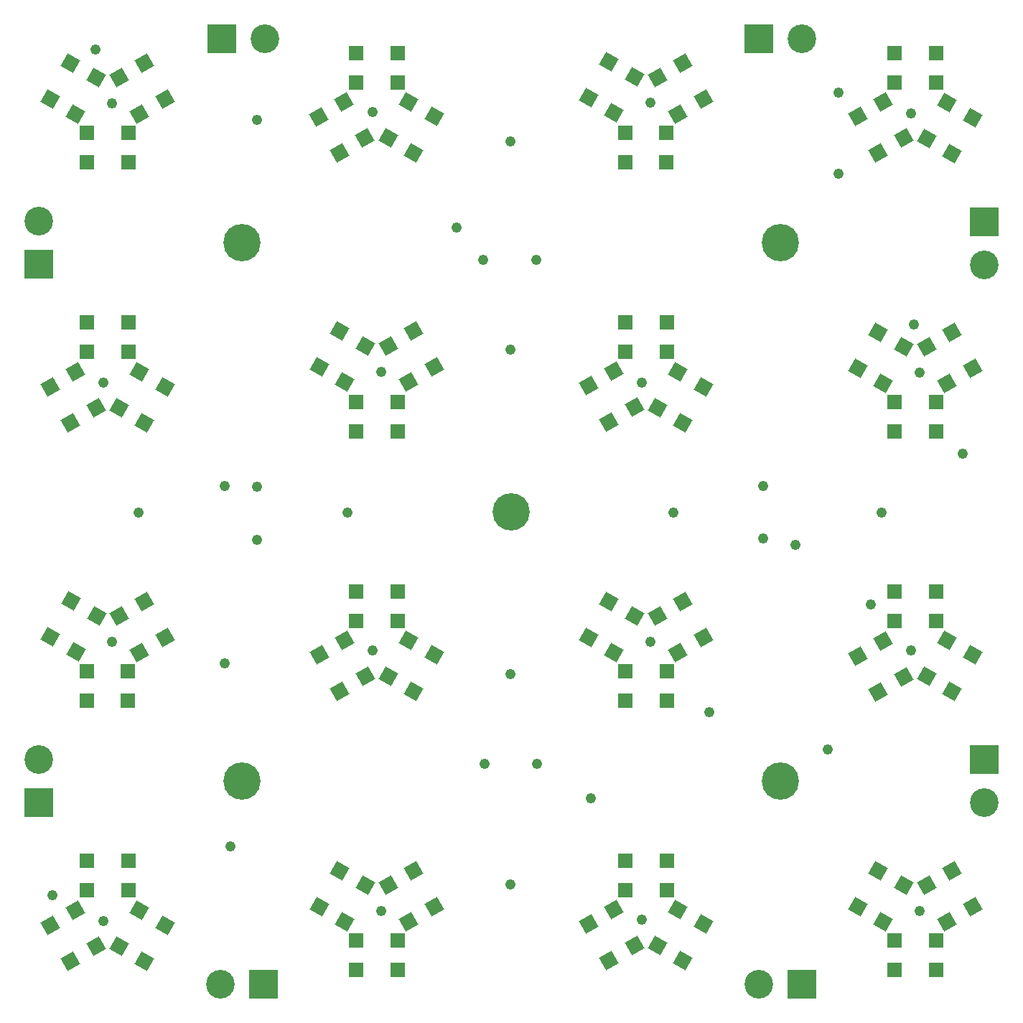
<source format=gts>
%FSLAX25Y25*%
%MOIN*%
G70*
G01*
G75*
G04 Layer_Color=128*
%ADD10R,0.05906X0.05906*%
%ADD11P,0.08352X4X345.0*%
%ADD12P,0.08352X4X285.0*%
%ADD13C,0.02500*%
%ADD14C,0.05000*%
%ADD15C,0.16500*%
%ADD16R,0.12500X0.12500*%
%ADD17C,0.12500*%
%ADD18R,0.12500X0.12500*%
%ADD19C,0.04000*%
%ADD20R,0.05000X0.08000*%
%ADD21R,0.08000X0.05000*%
%ADD22R,0.17716X0.12205*%
%ADD23R,0.12205X0.17716*%
%ADD24C,0.01000*%
%ADD25C,0.01200*%
%ADD26R,0.04906X0.04906*%
%ADD27P,0.06937X4X345.0*%
%ADD28P,0.06937X4X285.0*%
%ADD29R,0.04000X0.07000*%
%ADD30R,0.07000X0.04000*%
%ADD31R,0.16716X0.11205*%
%ADD32R,0.11205X0.16716*%
%ADD33R,0.06706X0.06706*%
%ADD34P,0.09483X4X345.0*%
%ADD35P,0.09483X4X285.0*%
%ADD36C,0.17300*%
%ADD37R,0.13300X0.13300*%
%ADD38C,0.13300*%
%ADD39R,0.13300X0.13300*%
%ADD40C,0.04800*%
D33*
X485146Y750890D02*
D03*
X485146Y737110D02*
D03*
X465854Y750890D02*
D03*
X465854Y737110D02*
D03*
X735146Y750890D02*
D03*
X735146Y737110D02*
D03*
X715854Y750890D02*
D03*
X715854Y737110D02*
D03*
X485146Y500890D02*
D03*
X485146Y487110D02*
D03*
X465854Y500890D02*
D03*
X465854Y487110D02*
D03*
X735146Y500890D02*
D03*
X735146Y487110D02*
D03*
X715854Y500890D02*
D03*
X715854Y487110D02*
D03*
X465854Y575110D02*
D03*
Y588890D02*
D03*
X485146Y575110D02*
D03*
Y588890D02*
D03*
X715854Y575110D02*
D03*
Y588890D02*
D03*
X735146Y575110D02*
D03*
Y588890D02*
D03*
X465854Y325110D02*
D03*
Y338890D02*
D03*
X485146Y325110D02*
D03*
Y338890D02*
D03*
X715854Y325110D02*
D03*
Y338890D02*
D03*
X735146Y325110D02*
D03*
Y338890D02*
D03*
X360146Y625890D02*
D03*
X360146Y612110D02*
D03*
X340854Y625890D02*
D03*
X340854Y612110D02*
D03*
X610146Y625890D02*
D03*
X610146Y612110D02*
D03*
X590854Y625890D02*
D03*
X590854Y612110D02*
D03*
X360146Y375890D02*
D03*
X360146Y362110D02*
D03*
X340854Y375890D02*
D03*
X340854Y362110D02*
D03*
X610146Y375890D02*
D03*
X610146Y362110D02*
D03*
X590854Y375890D02*
D03*
X590854Y362110D02*
D03*
X340854Y700110D02*
D03*
X340854Y713890D02*
D03*
X360146Y700110D02*
D03*
X360146Y713890D02*
D03*
X590709Y700220D02*
D03*
Y714000D02*
D03*
X610000Y700220D02*
D03*
Y714000D02*
D03*
X340709Y450220D02*
D03*
Y464000D02*
D03*
X360000Y450220D02*
D03*
Y464000D02*
D03*
X590854Y450110D02*
D03*
Y463890D02*
D03*
X610146Y450110D02*
D03*
Y463890D02*
D03*
D34*
X502289Y605091D02*
D03*
X490356Y598202D02*
D03*
X492644Y621798D02*
D03*
X480711Y614909D02*
D03*
X752289Y604592D02*
D03*
X740356Y597702D02*
D03*
X742644Y621298D02*
D03*
X730711Y614408D02*
D03*
X502289Y354591D02*
D03*
X490356Y347702D02*
D03*
X492644Y371298D02*
D03*
X480711Y364408D02*
D03*
X752289Y354591D02*
D03*
X740356Y347702D02*
D03*
X742644Y371298D02*
D03*
X730711Y364408D02*
D03*
X448421Y721317D02*
D03*
X460354Y728207D02*
D03*
X458067Y704610D02*
D03*
X470000Y711500D02*
D03*
X698710Y721409D02*
D03*
X710644Y728298D02*
D03*
X708356Y704702D02*
D03*
X720290Y711591D02*
D03*
X448710Y471409D02*
D03*
X460644Y478298D02*
D03*
X458356Y454702D02*
D03*
X470290Y461591D02*
D03*
X698710Y470908D02*
D03*
X710644Y477798D02*
D03*
X708356Y454202D02*
D03*
X720290Y461092D02*
D03*
X377290Y729592D02*
D03*
X365356Y722702D02*
D03*
X367644Y746298D02*
D03*
X355711Y739408D02*
D03*
X627289Y729592D02*
D03*
X615356Y722702D02*
D03*
X617644Y746298D02*
D03*
X605711Y739408D02*
D03*
X377290Y479592D02*
D03*
X365356Y472702D02*
D03*
X367644Y496298D02*
D03*
X355711Y489408D02*
D03*
X627289Y479592D02*
D03*
X615356Y472702D02*
D03*
X617644Y496298D02*
D03*
X605711Y489408D02*
D03*
X323710Y595908D02*
D03*
X335644Y602798D02*
D03*
X333356Y579202D02*
D03*
X345289Y586092D02*
D03*
X573710Y596409D02*
D03*
X585644Y603298D02*
D03*
X583356Y579702D02*
D03*
X595290Y586591D02*
D03*
X323710Y345908D02*
D03*
X335644Y352798D02*
D03*
X333356Y329202D02*
D03*
X345289Y336091D02*
D03*
X573710Y346409D02*
D03*
X585644Y353298D02*
D03*
X583356Y329702D02*
D03*
X595290Y336592D02*
D03*
D35*
X492644Y704702D02*
D03*
X480711Y711591D02*
D03*
X502289Y721409D02*
D03*
X490356Y728298D02*
D03*
X742644Y704202D02*
D03*
X730711Y711092D02*
D03*
X752289Y720908D02*
D03*
X740356Y727798D02*
D03*
X492644Y454702D02*
D03*
X480711Y461591D02*
D03*
X502289Y471409D02*
D03*
X490356Y478298D02*
D03*
X742644Y454702D02*
D03*
X730711Y461591D02*
D03*
X752289Y471409D02*
D03*
X740356Y478298D02*
D03*
X458356Y621798D02*
D03*
X470290Y614909D02*
D03*
X448710Y605091D02*
D03*
X460644Y598202D02*
D03*
X708356Y621298D02*
D03*
X720290Y614408D02*
D03*
X698710Y604592D02*
D03*
X710644Y597702D02*
D03*
X458356Y371298D02*
D03*
X470290Y364408D02*
D03*
X448710Y354591D02*
D03*
X460644Y347702D02*
D03*
X708356Y371298D02*
D03*
X720290Y364408D02*
D03*
X698710Y354591D02*
D03*
X710644Y347702D02*
D03*
X367644Y579202D02*
D03*
X355711Y586092D02*
D03*
X377290Y595908D02*
D03*
X365356Y602798D02*
D03*
X617644Y579202D02*
D03*
X605711Y586092D02*
D03*
X627289Y595908D02*
D03*
X615356Y602798D02*
D03*
X367644Y329202D02*
D03*
X355711Y336091D02*
D03*
X377290Y345908D02*
D03*
X365356Y352798D02*
D03*
X617644Y329702D02*
D03*
X605711Y336592D02*
D03*
X627289Y346409D02*
D03*
X615356Y353298D02*
D03*
X333356Y746298D02*
D03*
X345289Y739408D02*
D03*
X323710Y729592D02*
D03*
X335644Y722702D02*
D03*
X583356Y746798D02*
D03*
X595290Y739909D02*
D03*
X573710Y730091D02*
D03*
X585644Y723202D02*
D03*
X333500Y496500D02*
D03*
X345433Y489610D02*
D03*
X323854Y479793D02*
D03*
X335788Y472903D02*
D03*
X583356Y496298D02*
D03*
X595290Y489408D02*
D03*
X573710Y479592D02*
D03*
X585644Y472702D02*
D03*
D36*
X663000Y413000D02*
D03*
X413000Y663000D02*
D03*
X663000D02*
D03*
X538000Y538000D02*
D03*
X413000Y413000D02*
D03*
D37*
X318500Y653000D02*
D03*
Y403000D02*
D03*
X757500Y423000D02*
D03*
Y672500D02*
D03*
D38*
X318500Y673000D02*
D03*
Y423000D02*
D03*
X403000Y318500D02*
D03*
X653000D02*
D03*
X757500Y403000D02*
D03*
Y652500D02*
D03*
X673000Y757500D02*
D03*
X423500D02*
D03*
D39*
X423000Y318500D02*
D03*
X673000D02*
D03*
X653000Y757500D02*
D03*
X403500D02*
D03*
D40*
X461752Y537500D02*
D03*
X405000Y467500D02*
D03*
X575000Y405000D02*
D03*
X512500Y670000D02*
D03*
X670000Y522500D02*
D03*
X405000Y550000D02*
D03*
X420000Y720000D02*
D03*
X690000Y695000D02*
D03*
Y732500D02*
D03*
X365000Y537500D02*
D03*
X537500Y710000D02*
D03*
X710000Y537500D02*
D03*
X537500Y365000D02*
D03*
X705000Y495000D02*
D03*
X685000Y427500D02*
D03*
X407500Y382500D02*
D03*
X325000Y360000D02*
D03*
X747500Y565000D02*
D03*
X725000Y625000D02*
D03*
X345000Y752500D02*
D03*
X630000Y445000D02*
D03*
X348500Y348000D02*
D03*
X598500Y348500D02*
D03*
X723500Y473500D02*
D03*
X473500D02*
D03*
X348500Y598000D02*
D03*
X598500D02*
D03*
X723500Y723000D02*
D03*
X473500Y723500D02*
D03*
X352500Y727500D02*
D03*
X602500Y728000D02*
D03*
X727500Y602500D02*
D03*
X477500Y603000D02*
D03*
X352644Y477702D02*
D03*
X602500Y477500D02*
D03*
X727500Y352500D02*
D03*
X477500D02*
D03*
X420000Y525000D02*
D03*
Y549606D02*
D03*
X525000Y655000D02*
D03*
X549606D02*
D03*
X537500Y613248D02*
D03*
X655000Y550000D02*
D03*
Y525394D02*
D03*
X613248Y537500D02*
D03*
X537500Y462500D02*
D03*
X525394Y420748D02*
D03*
X550000D02*
D03*
M02*

</source>
